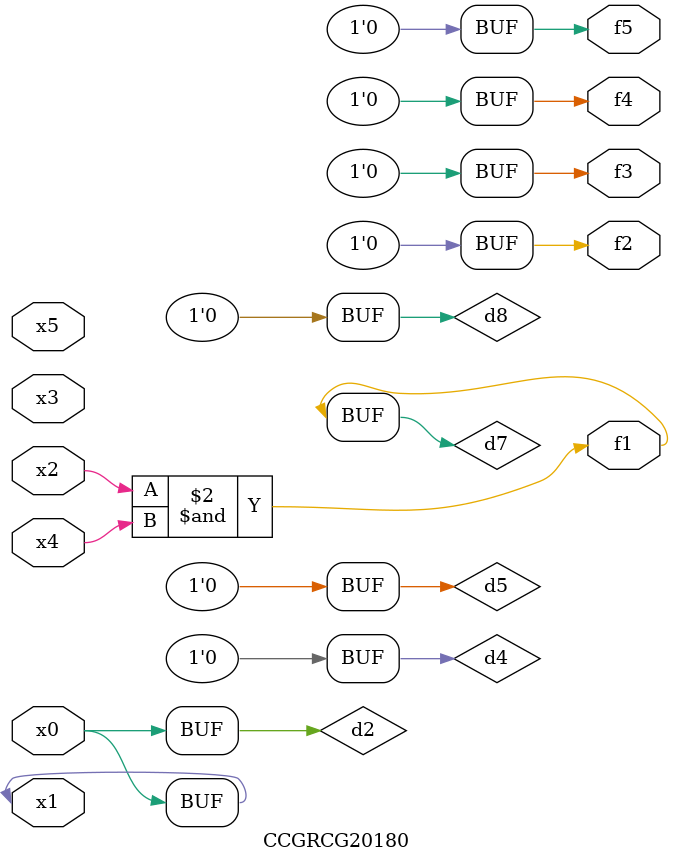
<source format=v>
module CCGRCG20180(
	input x0, x1, x2, x3, x4, x5,
	output f1, f2, f3, f4, f5
);

	wire d1, d2, d3, d4, d5, d6, d7, d8, d9;

	nand (d1, x1);
	buf (d2, x0, x1);
	nand (d3, x2, x4);
	and (d4, d1, d2);
	and (d5, d1, d2);
	nand (d6, d1, d3);
	not (d7, d3);
	xor (d8, d5);
	nor (d9, d5, d6);
	assign f1 = d7;
	assign f2 = d8;
	assign f3 = d8;
	assign f4 = d8;
	assign f5 = d8;
endmodule

</source>
